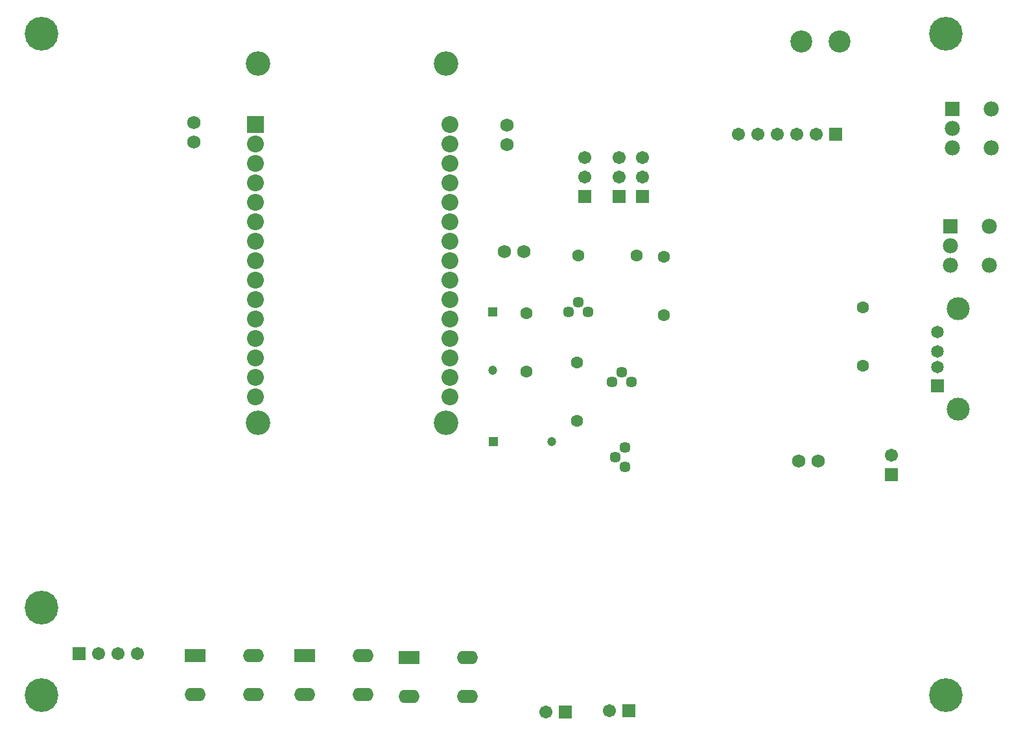
<source format=gbs>
G04*
G04 #@! TF.GenerationSoftware,Altium Limited,Altium Designer,24.0.1 (36)*
G04*
G04 Layer_Color=16711935*
%FSLAX44Y44*%
%MOMM*%
G71*
G04*
G04 #@! TF.SameCoordinates,4DCDF883-9DA8-4262-A2DB-AF35F01A7F01*
G04*
G04*
G04 #@! TF.FilePolarity,Negative*
G04*
G01*
G75*
%ADD15C,1.9812*%
%ADD16R,1.9812X1.9812*%
%ADD17C,4.3942*%
%ADD18C,1.4532*%
%ADD19C,1.7272*%
%ADD20C,2.8702*%
%ADD21C,1.7032*%
%ADD22R,1.7032X1.7032*%
%ADD23R,1.7032X1.7032*%
%ADD24C,3.0032*%
%ADD25C,1.6532*%
%ADD26R,1.6532X1.6532*%
%ADD27C,1.6032*%
%ADD28O,2.7432X1.7272*%
%ADD29R,2.7432X1.7272*%
%ADD30C,1.2000*%
%ADD31R,1.2000X1.2000*%
%ADD32R,1.2000X1.2000*%
%ADD33R,2.2032X2.2032*%
%ADD34C,2.2032*%
%ADD35C,3.2032*%
D15*
X1568450Y891540D02*
D03*
Y942340D02*
D03*
X1517650Y891540D02*
D03*
Y916940D02*
D03*
X1570990Y1045210D02*
D03*
Y1096010D02*
D03*
X1520190Y1045210D02*
D03*
Y1070610D02*
D03*
D16*
X1517650Y942340D02*
D03*
X1520190Y1096010D02*
D03*
D17*
X330200Y444500D02*
D03*
Y1193800D02*
D03*
X1511300D02*
D03*
Y330200D02*
D03*
X330200D02*
D03*
D18*
X1018540Y830580D02*
D03*
X1031240Y843280D02*
D03*
X1043940Y830580D02*
D03*
X1092200Y628650D02*
D03*
X1079500Y641350D02*
D03*
X1092200Y654050D02*
D03*
X1075690Y739140D02*
D03*
X1088390Y751840D02*
D03*
X1101090Y739140D02*
D03*
D19*
X529590Y1078230D02*
D03*
Y1052830D02*
D03*
X938530Y1049020D02*
D03*
Y1074420D02*
D03*
X960120Y909320D02*
D03*
X934720D02*
D03*
X1344930Y636270D02*
D03*
X1319530D02*
D03*
D20*
X1372870Y1183640D02*
D03*
X1323086D02*
D03*
D21*
X1240790Y1062990D02*
D03*
X1266190D02*
D03*
X1291590D02*
D03*
X1316990D02*
D03*
X1342390D02*
D03*
X1115060Y1032510D02*
D03*
Y1007110D02*
D03*
X1040130Y1032510D02*
D03*
Y1007110D02*
D03*
X1084580Y1032510D02*
D03*
Y1007110D02*
D03*
X989330Y308610D02*
D03*
X455930Y384810D02*
D03*
X430530D02*
D03*
X405130D02*
D03*
X1071880Y309880D02*
D03*
X1440180Y643890D02*
D03*
D22*
X1367790Y1062990D02*
D03*
X1014730Y308610D02*
D03*
X379730Y384810D02*
D03*
X1097280Y309880D02*
D03*
D23*
X1115060Y981710D02*
D03*
X1040130D02*
D03*
X1084580D02*
D03*
X1440180Y618490D02*
D03*
D24*
X1527810Y834980D02*
D03*
Y703580D02*
D03*
D25*
X1500710Y804280D02*
D03*
Y779280D02*
D03*
Y759280D02*
D03*
D26*
Y734280D02*
D03*
D27*
X1403350Y836930D02*
D03*
Y760730D02*
D03*
X963930Y753110D02*
D03*
Y829310D02*
D03*
X1031240Y904240D02*
D03*
X1107440D02*
D03*
X1029970Y764540D02*
D03*
Y688340D02*
D03*
X1143000Y826770D02*
D03*
Y902970D02*
D03*
D28*
X810260Y328930D02*
D03*
X886460D02*
D03*
Y379730D02*
D03*
X674370Y331470D02*
D03*
X750570D02*
D03*
Y382270D02*
D03*
X530860Y331470D02*
D03*
X607060D02*
D03*
Y382270D02*
D03*
D29*
X810260Y379730D02*
D03*
X674370Y382270D02*
D03*
X530860D02*
D03*
D30*
X996980Y661670D02*
D03*
X919480Y754350D02*
D03*
D31*
X920720Y661670D02*
D03*
D32*
X919480Y830610D02*
D03*
D33*
X609600Y1075690D02*
D03*
D34*
Y1050290D02*
D03*
Y1024890D02*
D03*
Y999490D02*
D03*
Y974090D02*
D03*
Y948690D02*
D03*
Y923290D02*
D03*
Y897890D02*
D03*
Y872490D02*
D03*
Y847090D02*
D03*
Y821690D02*
D03*
Y796290D02*
D03*
Y770890D02*
D03*
Y745490D02*
D03*
Y720090D02*
D03*
X863600Y1075690D02*
D03*
Y1050290D02*
D03*
Y1024890D02*
D03*
Y999490D02*
D03*
Y974090D02*
D03*
Y948690D02*
D03*
Y923290D02*
D03*
Y897890D02*
D03*
Y872490D02*
D03*
Y847090D02*
D03*
Y821690D02*
D03*
Y796290D02*
D03*
Y770890D02*
D03*
Y745490D02*
D03*
Y720090D02*
D03*
D35*
X613800Y685790D02*
D03*
X858900D02*
D03*
Y1155290D02*
D03*
X613800D02*
D03*
M02*

</source>
